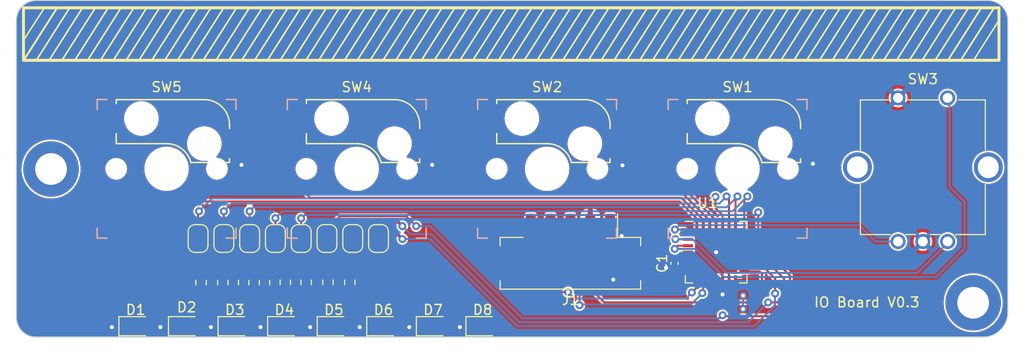
<source format=kicad_pcb>
(kicad_pcb (version 20211014) (generator pcbnew)
  (layers (0 "F.Cu" signal) (31 "B.Cu" signal) (34 "B.Paste" user) (35 "F.Paste" user) (36 "B.SilkS" user "B.Silkscreen") (37 "F.SilkS" user "F.Silkscreen") (38 "B.Mask" user) (39 "F.Mask" user) (44 "Edge.Cuts" user))
  (net 0 "")
  (net 1 "B0")
  (net 2 "B1")
  (net 3 "B4")
  (net 4 "B5")
  (net 5 "B6")
  (net 6 "B2")
  (net 7 "B3")
  (net 12 "Net-(D1-Pad2)")
  (net 13 "Net-(D2-Pad2)")
  (net 14 "Net-(D3-Pad2)")
  (net 15 "Net-(D4-Pad2)")
  (net 16 "Net-(D5-Pad2)")
  (net 17 "Net-(D6-Pad2)")
  (net 18 "Net-(D7-Pad2)")
  (net 19 "Net-(D8-Pad2)")
  (net 20 "+3.3V")
  (net 21 "GND")
  (net 22 "/INT")
  (net 23 "/SDA")
  (net 24 "/SCK")
  (net 25 "Net-(JP1-Pad1)")
  (net 26 "Net-(JP1-Pad2)")
  (net 27 "Net-(JP2-Pad1)")
  (net 28 "Net-(JP2-Pad2)")
  (net 29 "Net-(JP3-Pad1)")
  (net 30 "Net-(JP3-Pad2)")
  (net 31 "Net-(JP4-Pad1)")
  (net 32 "Net-(JP4-Pad2)")
  (net 33 "Net-(JP5-Pad1)")
  (net 34 "Net-(JP5-Pad2)")
  (net 35 "Net-(JP6-Pad1)")
  (net 36 "Net-(JP6-Pad2)")
  (net 37 "Net-(JP7-Pad1)")
  (net 38 "Net-(JP7-Pad2)")
  (net 39 "Net-(JP8-Pad1)")
  (net 40 "Net-(JP8-Pad2)")
  (footprint "Jumper:SolderJumper-2_P1.3mm_Bridged_RoundedPad1.0x1.5mm" (layer "F.Cu") (at 116.2 93.25 90)
    (fp_text reference "JP1" hide)
    (fp_text value "Jumper_2_Bridged")
  )
  (footprint "LED_SMD:LED_0805_2012Metric" (layer "F.Cu") (at 119.9 102.1)
    (fp_text reference "D3")
    (fp_text value "LED")
  )
  (footprint "Jumper:SolderJumper-2_P1.3mm_Bridged_RoundedPad1.0x1.5mm" (layer "F.Cu") (at 129.2 93.25 90)
    (fp_text reference "JP6" hide)
    (fp_text value "Jumper_2_Bridged")
  )
  (footprint "Resistor_SMD:R_0603_1608Metric" (layer "F.Cu") (at 118.7 97.7 -90)
    (fp_text reference "R2" hide)
    (fp_text value "2K7")
  )
  (footprint "Jumper:SolderJumper-2_P1.3mm_Bridged_RoundedPad1.0x1.5mm" (layer "F.Cu") (at 118.8 93.25 90)
    (fp_text reference "JP2" hide)
    (fp_text value "Jumper_2_Bridged")
  )
  (footprint "Resistor_SMD:R_0603_1608Metric" (layer "F.Cu") (at 122.9 97.7 -90)
    (fp_text reference "R4" hide)
    (fp_text value "2K7")
  )
  (footprint "LED_SMD:LED_0805_2012Metric" (layer "F.Cu") (at 129.9 102.1)
    (fp_text reference "D5")
    (fp_text value "LED")
  )
  (footprint "Jumper:SolderJumper-2_P1.3mm_Bridged_RoundedPad1.0x1.5mm" (layer "F.Cu") (at 134.4 93.25 90)
    (fp_text reference "JP8" hide)
    (fp_text value "Jumper_2_Bridged")
  )
  (footprint "Capacitor_SMD:C_0402_1005Metric" (layer "F.Cu") (at 164.25 95.75 -90)
    (fp_text reference "C1")
    (fp_text value "100nF")
  )
  (footprint "Jumper:SolderJumper-2_P1.3mm_Bridged_RoundedPad1.0x1.5mm" (layer "F.Cu") (at 126.6 93.25 90)
    (fp_text reference "JP5" hide)
    (fp_text value "Jumper_2_Bridged")
  )
  (footprint "Jumper:SolderJumper-2_P1.3mm_Bridged_RoundedPad1.0x1.5mm" (layer "F.Cu") (at 121.4 93.25 90)
    (fp_text reference "JP3" hide)
    (fp_text value "Jumper_2_Bridged")
  )
  (footprint "LED_SMD:LED_0805_2012Metric" (layer "F.Cu") (at 144.9 102.1)
    (fp_text reference "D8")
    (fp_text value "LED")
  )
  (footprint "Jumper:SolderJumper-2_P1.3mm_Bridged_RoundedPad1.0x1.5mm" (layer "F.Cu") (at 124 93.25 90)
    (fp_text reference "JP4" hide)
    (fp_text value "Jumper_2_Bridged")
  )
  (footprint "Resistor_SMD:R_0603_1608Metric" (layer "F.Cu") (at 125 97.675 -90)
    (fp_text reference "R5" hide)
    (fp_text value "2K7")
  )
  (footprint "Resistor_SMD:R_0603_1608Metric" (layer "F.Cu") (at 129.3 97.675 -90)
    (fp_text reference "R7" hide)
    (fp_text value "2K7")
  )
  (footprint "LED_SMD:LED_0805_2012Metric" (layer "F.Cu") (at 109.9 102.1)
    (fp_text reference "D1")
    (fp_text value "LED")
  )
  (footprint "Connector_JST:JST_PH_B5B-PH-SM4-TB_1x05-1MP_P2.00mm_Vertical" (layer "F.Cu") (at 153.75 94 180)
    (fp_text reference "J1")
    (fp_text value "Conn_01x05_Male")
  )
  (footprint "Resistor_SMD:R_0603_1608Metric" (layer "F.Cu") (at 120.8 97.7 -90)
    (fp_text reference "R3" hide)
    (fp_text value "2K7")
  )
  (footprint "Resistor_SMD:R_0603_1608Metric" (layer "F.Cu") (at 131.5 97.675 -90)
    (fp_text reference "R8" hide)
    (fp_text value "2K7")
  )
  (footprint "LED_SMD:LED_0805_2012Metric" (layer "F.Cu") (at 114.9 102.1)
    (fp_text reference "D2")
    (fp_text value "LED")
  )
  (footprint "LED_SMD:LED_0805_2012Metric" (layer "F.Cu") (at 124.9 102.1)
    (fp_text reference "D4")
    (fp_text value "LED")
  )
  (footprint "Resistor_SMD:R_0603_1608Metric" (layer "F.Cu") (at 116.5 97.7 -90)
    (fp_text reference "R1" hide)
    (fp_text value "2K7")
  )
  (footprint "LED_SMD:LED_0805_2012Metric" (layer "F.Cu") (at 134.9 102.1)
    (fp_text reference "D6")
    (fp_text value "LED")
  )
  (footprint "MountingHole:MountingHole_3.2mm_M3_DIN965_Pad" (layer "F.Cu") (at 194.372598 99.74)
    (fp_text reference "H2" hide)
    (fp_text value "MountingHole")
  )
  (footprint "Package_DFN_QFN:QFN-28-1EP_6x6mm_P0.65mm_EP4.25x4.25mm" (layer "F.Cu") (at 168.452598 94.63)
    (fp_text reference "U1")
    (fp_text value "MCP23017_ML")
  )
  (footprint "LED_SMD:LED_0805_2012Metric" (layer "F.Cu") (at 139.9 102.1)
    (fp_text reference "D7")
    (fp_text value "LED")
  )
  (footprint "Jumper:SolderJumper-2_P1.3mm_Bridged_RoundedPad1.0x1.5mm" (layer "F.Cu") (at 131.8 93.25 90)
    (fp_text reference "JP7" hide)
    (fp_text value "Jumper_2_Bridged")
  )
  (footprint "Resistor_SMD:R_0603_1608Metric" (layer "F.Cu") (at 127.1 97.675 -90)
    (fp_text reference "R6" hide)
    (fp_text value "2K7")
  )
  (footprint "Rotary_Encoder:RotaryEncoder_Bourns_Vertical_PEC12R-3xxxF-Sxxxx" (layer "F.Cu") (at 186.8 93.55 90)
    (fp_text reference "SW3")
    (fp_text value "RotEncoder_S")
  )
  (footprint "MountingHole:MountingHole_3.2mm_M3_DIN965_Pad" (layer "F.Cu") (at 101.372598 86.23)
    (fp_text reference "H1" hide)
    (fp_text value "MountingHole")
  )
  (footprint "Library:Kailh_socket_MX" (layer "B.Cu") (at 151.402598 86.21 180)
    (fp_text reference "SW2")
    (fp_text value "SW_Keyboard")
  )
  (footprint "Library:Kailh_socket_MX" (layer "B.Cu") (at 132.202598 86.21 180)
    (fp_text reference "SW4")
    (fp_text value "SW_Keyboard")
  )
  (footprint "Library:Kailh_socket_MX" (layer "B.Cu") (at 170.612598 86.21 180)
    (fp_text reference "SW1")
    (fp_text value "SW_Keyboard")
  )
  (footprint "Library:Kailh_socket_MX" (layer "B.Cu") (at 113.022598 86.209999 180)
    (fp_text reference "SW5")
    (fp_text value "SW_Keyboard")
  )
  (gr_line (start 109.747598 69.91) (end 106.357598 75.25) (layer "F.SilkS") (width 0.15))
  (gr_line (start 168.022598 69.91) (end 164.632598 75.25) (layer "F.SilkS") (width 0.15))
  (gr_line (start 122.697598 69.91) (end 119.307598 75.25) (layer "F.SilkS") (width 0.15))
  (gr_line (start 101.967598 69.94) (end 98.672598 75.11) (layer "F.SilkS") (width 0.15))
  (gr_line (start 139.532598 69.91) (end 136.142598 75.25) (layer "F.SilkS") (width 0.15))
  (gr_line (start 166.727598 69.91) (end 163.337598 75.25) (layer "F.SilkS") (width 0.15))
  (gr_line (start 131.762598 69.91) (end 128.372598 75.25) (layer "F.SilkS") (width 0.15))
  (gr_line (start 191.332598 69.91) (end 187.942598 75.25) (layer "F.SilkS") (width 0.15))
  (gr_line (start 127.877598 69.91) (end 124.487598 75.25) (layer "F.SilkS") (width 0.15))
  (gr_line (start 161.547598 69.91) (end 158.157598 75.25) (layer "F.SilkS") (width 0.15))
  (gr_line (start 125.287598 69.91) (end 121.897598 75.25) (layer "F.SilkS") (width 0.15))
  (gr_line (start 116.222598 69.91) (end 112.832598 75.25) (layer "F.SilkS") (width 0.15))
  (gr_line (start 153.777598 69.91) (end 150.387598 75.25) (layer "F.SilkS") (width 0.15))
  (gr_line (start 191.332598 69.91) (end 187.942598 75.25) (layer "F.SilkS") (width 0.15))
  (gr_line (start 162.842598 69.91) (end 159.452598 75.25) (layer "F.SilkS") (width 0.15))
  (gr_line (start 105.862598 69.91) (end 102.472598 75.25) (layer "F.SilkS") (width 0.15))
  (gr_line (start 143.417598 69.91) (end 140.027598 75.25) (layer "F.SilkS") (width 0.15))
  (gr_line (start 174.497598 69.91) (end 171.107598 75.25) (layer "F.SilkS") (width 0.15))
  (gr_line (start 108.452598 69.91) (end 105.062598 75.25) (layer "F.SilkS") (width 0.15))
  (gr_line (start 147.302598 69.91) (end 143.912598 75.25) (layer "F.SilkS") (width 0.15))
  (gr_line (start 105.862598 69.91) (end 102.472598 75.25) (layer "F.SilkS") (width 0.15))
  (gr_line (start 193.922598 69.91) (end 190.532598 75.25) (layer "F.SilkS") (width 0.15))
  (gr_line (start 171.907598 69.91) (end 168.517598 75.25) (layer "F.SilkS") (width 0.15))
  (gr_line (start 183.562598 69.91) (end 180.172598 75.25) (layer "F.SilkS") (width 0.15))
  (gr_line (start 147.302598 69.91) (end 143.912598 75.25) (layer "F.SilkS") (width 0.15))
  (gr_line (start 156.367598 69.91) (end 152.977598 75.25) (layer "F.SilkS") (width 0.15))
  (gr_line (start 169.317598 69.91) (end 165.927598 75.25) (layer "F.SilkS") (width 0.15))
  (gr_line (start 135.647598 69.91) (end 132.257598 75.25) (layer "F.SilkS") (width 0.15))
  (gr_line (start 144.712598 69.91) (end 141.322598 75.25) (layer "F.SilkS") (width 0.15))
  (gr_line (start 120.107598 69.91) (end 116.717598 75.25) (layer "F.SilkS") (width 0.15))
  (gr_line (start 178.382598 69.91) (end 174.992598 75.25) (layer "F.SilkS") (width 0.15))
  (gr_line (start 148.597598 69.91) (end 145.207598 75.25) (layer "F.SilkS") (width 0.15))
  (gr_line (start 153.777598 69.91) (end 150.387598 75.25) (layer "F.SilkS") (width 0.15))
  (gr_line (start 117.517598 69.91) (end 114.127598 75.25) (layer "F.SilkS") (width 0.15))
  (gr_line (start 175.792598 69.91) (end 172.402598 75.25) (layer "F.SilkS") (width 0.15))
  (gr_line (start 195.217598 69.91) (end 191.827598 75.25) (layer "F.SilkS") (width 0.15))
  (gr_line (start 157.662598 69.91) (end 154.272598 75.25) (layer "F.SilkS") (width 0.15))
  (gr_line (start 100.720098 69.925) (end 98.672598 73.11) (layer "F.SilkS") (width 0.15))
  (gr_line (start 184.857598 69.91) (end 181.467598 75.25) (layer "F.SilkS") (width 0.15))
  (gr_line (start 182.267598 69.91) (end 178.877598 75.25) (layer "F.SilkS") (width 0.15))
  (gr_line (start 186.152598 69.91) (end 182.762598 75.25) (layer "F.SilkS") (width 0.15))
  (gr_line (start 157.662598 69.91) (end 154.272598 75.25) (layer "F.SilkS") (width 0.15))
  (gr_line (start 170.612598 69.91) (end 167.222598 75.25) (layer "F.SilkS") (width 0.15))
  (gr_line (start 125.287598 69.91) (end 121.897598 75.25) (layer "F.SilkS") (width 0.15))
  (gr_line (start 155.072598 69.91) (end 151.682598 75.25) (layer "F.SilkS") (width 0.15))
  (gr_line (start 142.122598 69.91) (end 138.732598 75.25) (layer "F.SilkS") (width 0.15))
  (gr_line (start 195.217598 69.91) (end 191.827598 75.25) (layer "F.SilkS") (width 0.15))
  (gr_line (start 112.337598 69.91) (end 108.947598 75.25) (layer "F.SilkS") (width 0.15))
  (gr_line (start 192.627598 69.91) (end 189.237598 75.25) (layer "F.SilkS") (width 0.15))
  (gr_line (start 184.857598 69.91) (end 181.467598 75.25) (layer "F.SilkS") (width 0.15))
  (gr_line (start 107.157598 69.91) (end 103.767598 75.25) (layer "F.SilkS") (width 0.15))
  (gr_line (start 133.057598 69.91) (end 129.667598 75.25) (layer "F.SilkS") (width 0.15))
  (gr_line (start 188.742598 69.91) (end 185.352598 75.25) (layer "F.SilkS") (width 0.15))
  (gr_line (start 195.217598 69.91) (end 191.827598 75.25) (layer "F.SilkS") (width 0.15))
  (gr_line (start 138.237598 69.91) (end 134.847598 75.25) (layer "F.SilkS") (width 0.15))
  (gr_line (start 140.827598 69.91) (end 137.437598 75.25) (layer "F.SilkS") (width 0.15))
  (gr_line (start 109.747598 69.91) (end 106.357598 75.25) (layer "F.SilkS") (width 0.15))
  (gr_line (start 136.942598 69.91) (end 133.552598 75.25) (layer "F.SilkS") (width 0.15))
  (gr_line (start 175.792598 69.91) (end 172.402598 75.25) (layer "F.SilkS") (width 0.15))
  (gr_line (start 144.712598 69.91) (end 141.322598 75.25) (layer "F.SilkS") (width 0.15))
  (gr_line (start 165.432598 69.91) (end 162.042598 75.25) (layer "F.SilkS") (width 0.15))
  (gr_line (start 136.942598 69.91) (end 133.552598 75.25) (layer "F.SilkS") (width 0.15))
  (gr_line (start 195.217598 69.91) (end 191.827598 75.25) (layer "F.SilkS") (width 0.15))
  (gr_line (start 130.467598 69.91) (end 127.077598 75.25) (layer "F.SilkS") (width 0.15))
  (gr_line (start 123.992598 69.91) (end 120.602598 75.25) (layer "F.SilkS") (width 0.15))
  (gr_line (start 161.547598 69.91) (end 158.157598 75.25) (layer "F.SilkS") (width 0.15))
  (gr_line (start 149.892598 69.91) (end 146.502598 75.25) (layer "F.SilkS") (width 0.15))
  (gr_line (start 173.202598 69.91) (end 169.812598 75.25) (layer "F.SilkS") (width 0.15))
  (gr_line (start 121.402598 69.91) (end 118.012598 75.25) (layer "F.SilkS") (width 0.15))
  (gr_line (start 178.382598 69.91) (end 174.992598 75.25) (layer "F.SilkS") (width 0.15))
  (gr_line (start 117.517598 69.91) (end 114.127598 75.25) (layer "F.SilkS") (width 0.15))
  (gr_line (start 192.627598 69.91) (end 189.237598 75.25) (layer "F.SilkS") (width 0.15))
  (gr_line (start 187.447598 69.91) (end 184.057598 75.25) (layer "F.SilkS") (width 0.15))
  (gr_line (start 114.927598 69.91) (end 111.537598 75.25) (layer "F.SilkS") (width 0.15))
  (gr_line (start 108.452598 69.91) (end 105.062598 75.25) (layer "F.SilkS") (width 0.15))
  (gr_line (start 118.812598 69.91) (end 115.422598 75.25) (layer "F.SilkS") (width 0.15))
  (gr_line (start 196.512598 69.91) (end 193.122598 75.25) (layer "F.SilkS") (width 0.15))
  (gr_line (start 122.697598 69.91) (end 119.307598 75.25) (layer "F.SilkS") (width 0.15))
  (gr_line (start 170.612598 69.91) (end 167.222598 75.25) (layer "F.SilkS") (width 0.15))
  (gr_line (start 129.172598 69.91) (end 125.782598 75.25) (layer "F.SilkS") (width 0.15))
  (gr_line (start 111.042598 69.91) (end 107.652598 75.25) (layer "F.SilkS") (width 0.15))
  (gr_line (start 127.877598 69.91) (end 124.487598 75.25) (layer "F.SilkS") (width 0.15))
  (gr_line (start 103.272598 69.91) (end 99.882598 75.25) (layer "F.SilkS") (width 0.15))
  (gr_line (start 103.262598 69.94) (end 99.872598 75.28) (layer "F.SilkS") (width 0.15))
  (gr_line (start 155.072598 69.91) (end 151.682598 75.25) (layer "F.SilkS") (width 0.15))
  (gr_line (start 194.417598 75.25) (end 196.972598 71.21) (layer "F.SilkS") (width 0.15))
  (gr_line (start 113.632598 69.91) (end 110.242598 75.25) (layer "F.SilkS") (width 0.15))
  (gr_line (start 182.267598 69.91) (end 178.877598 75.25) (layer "F.SilkS") (width 0.15))
  (gr_line (start 113.632598 69.91) (end 110.242598 75.25) (layer "F.SilkS") (width 0.15))
  (gr_line (start 196.512598 69.91) (end 193.122598 75.25) (layer "F.SilkS") (width 0.15))
  (gr_line (start 196.512598 69.91) (end 193.122598 75.25) (layer "F.SilkS") (width 0.15))
  (gr_line (start 142.122598 69.91) (end 138.732598 75.25) (layer "F.SilkS") (width 0.15))
  (gr_line (start 139.532598 69.91) (end 136.142598 75.25) (layer "F.SilkS") (width 0.15))
  (gr_line (start 179.677598 69.91) (end 176.287598 75.25) (layer "F.SilkS") (width 0.15))
  (gr_line (start 102.025098 69.895) (end 98.635098 75.235) (layer "F.SilkS") (width 0.15))
  (gr_line (start 190.037598 69.91) (end 186.647598 75.25) (layer "F.SilkS") (width 0.15))
  (gr_line (start 134.352598 69.91) (end 130.962598 75.25) (layer "F.SilkS") (width 0.15))
  (gr_line (start 158.957598 69.91) (end 155.567598 75.25) (layer "F.SilkS") (width 0.15))
  (gr_line (start 104.567598 69.91) (end 101.177598 75.25) (layer "F.SilkS") (width 0.15))
  (gr_line (start 151.187598 69.91) (end 147.797598 75.25) (layer "F.SilkS") (width 0.15))
  (gr_line (start 188.742598 69.91) (end 185.352598 75.25) (layer "F.SilkS") (width 0.15))
  (gr_line (start 152.482598 69.91) (end 149.092598 75.25) (layer "F.SilkS") (width 0.15))
  (gr_line (start 121.402598 69.91) (end 118.012598 75.25) (layer "F.SilkS") (width 0.15))
  (gr_line (start 140.827598 69.91) (end 137.437598 75.25) (layer "F.SilkS") (width 0.15))
  (gr_line (start 114.927598 69.91) (end 111.537598 75.25) (layer "F.SilkS") (width 0.15))
  (gr_line (start 179.677598 69.91) (end 176.287598 75.25) (layer "F.SilkS") (width 0.15))
  (gr_line (start 104.567598 69.91) (end 101.177598 75.25) (layer "F.SilkS") (width 0.15))
  (gr_line (start 134.352598 69.91) (end 130.962598 75.25) (layer "F.SilkS") (width 0.15))
  (gr_line (start 111.042598 69.91) (end 107.652598 75.25) (layer "F.SilkS") (width 0.15))
  (gr_line (start 123.992598 69.91) (end 120.602598 75.25) (layer "F.SilkS") (width 0.15))
  (gr_line (start 164.137598 69.91) (end 160.747598 75.25) (layer "F.SilkS") (width 0.15))
  (gr_line (start 177.087598 69.91) (end 173.697598 75.25) (layer "F.SilkS") (width 0.15))
  (gr_line (start 180.972598 69.91) (end 177.582598 75.25) (layer "F.SilkS") (width 0.15))
  (gr_line (start 193.922598 69.91) (end 190.532598 75.25) (layer "F.SilkS") (width 0.15))
  (gr_line (start 112.337598 69.91) (end 108.947598 75.25) (layer "F.SilkS") (width 0.15))
  (gr_line (start 171.907598 69.91) (end 168.517598 75.25) (layer "F.SilkS") (width 0.15))
  (gr_line (start 173.202598 69.91) (end 169.812598 75.25) (layer "F.SilkS") (width 0.15))
  (gr_line (start 166.727598 69.91) (end 163.337598 75.25) (layer "F.SilkS") (width 0.15))
  (gr_line (start 149.892598 69.91) (end 146.502598 75.25) (layer "F.SilkS") (width 0.15))
  (gr_line (start 160.252598 69.91) (end 156.862598 75.25) (layer "F.SilkS") (width 0.15))
  (gr_line (start 138.237598 69.91) (end 134.847598 75.25) (layer "F.SilkS") (width 0.15))
  (gr_line (start 146.007598 69.91) (end 142.617598 75.25) (layer "F.SilkS") (width 0.15))
  (gr_line (start 126.582598 69.91) (end 123.192598 75.25) (layer "F.SilkS") (width 0.15))
  (gr_line (start 165.432598 69.91) (end 162.042598 75.25) (layer "F.SilkS") (width 0.15))
  (gr_line (start 131.762598 69.91) (end 128.372598 75.25) (layer "F.SilkS") (width 0.15))
  (gr_line (start 152.482598 69.91) (end 149.092598 75.25) (layer "F.SilkS") (width 0.15))
  (gr_line (start 130.467598 69.91) (end 127.077598 75.25) (layer "F.SilkS") (width 0.15))
  (gr_line (start 160.252598 69.91) (end 156.862598 75.25) (layer "F.SilkS") (width 0.15))
  (gr_line (start 187.447598 69.91) (end 184.057598 75.25) (layer "F.SilkS") (width 0.15))
  (gr_line (start 158.957598 69.91) (end 155.567598 75.25) (layer "F.SilkS") (width 0.15))
  (gr_line (start 129.172598 69.91) (end 125.782598 75.25) (layer "F.SilkS") (width 0.15))
  (gr_line (start 196.512598 69.91) (end 193.122598 75.25) (layer "F.SilkS") (width 0.15))
  (gr_line (start 180.972598 69.91) (end 177.582598 75.25) (layer "F.SilkS") (width 0.15))
  (gr_line (start 148.597598 69.91) (end 145.207598 75.25) (layer "F.SilkS") (width 0.15))
  (gr_line (start 174.497598 69.91) (end 171.107598 75.25) (layer "F.SilkS") (width 0.15))
  (gr_line (start 164.137598 69.91) (end 160.747598 75.25) (layer "F.SilkS") (width 0.15))
  (gr_line (start 186.152598 69.91) (end 182.762598 75.25) (layer "F.SilkS") (width 0.15))
  (gr_line (start 126.582598 69.91) (end 123.192598 75.25) (layer "F.SilkS") (width 0.15))
  (gr_line (start 151.187598 69.91) (end 147.797598 75.25) (layer "F.SilkS") (width 0.15))
  (gr_line (start 168.022598 69.91) (end 164.632598 75.25) (layer "F.SilkS") (width 0.15))
  (gr_line (start 162.842598 69.91) (end 159.452598 75.25) (layer "F.SilkS") (width 0.15))
  (gr_line (start 102.015098 69.925) (end 98.625098 75.265) (layer "F.SilkS") (width 0.15))
  (gr_line (start 146.007598 69.91) (end 142.617598 75.25) (layer "F.SilkS") (width 0.15))
  (gr_line (start 135.647598 69.91) (end 132.257598 75.25) (layer "F.SilkS") (width 0.15))
  (gr_line (start 116.222598 69.91) (end 112.832598 75.25) (layer "F.SilkS") (width 0.15))
  (gr_line (start 143.417598 69.91) (end 140.027598 75.25) (layer "F.SilkS") (width 0.15))
  (gr_line (start 107.157598 69.91) (end 103.767598 75.25) (layer "F.SilkS") (width 0.15))
  (gr_line (start 190.037598 69.91) (end 186.647598 75.25) (layer "F.SilkS") (width 0.15))
  (gr_line (start 169.317598 69.91) (end 165.927598 75.25) (layer "F.SilkS") (width 0.15))
  (gr_line (start 177.087598 69.91) (end 173.697598 75.25) (layer "F.SilkS") (width 0.15))
  (gr_line (start 118.812598 69.91) (end 115.422598 75.25) (layer "F.SilkS") (width 0.15))
  (gr_line (start 133.057598 69.91) (end 129.667598 75.25) (layer "F.SilkS") (width 0.15))
  (gr_line (start 183.562598 69.91) (end 180.172598 75.25) (layer "F.SilkS") (width 0.15))
  (gr_line (start 156.367598 69.91) (end 152.977598 75.25) (layer "F.SilkS") (width 0.15))
  (gr_line (start 120.107598 69.91) (end 116.717598 75.25) (layer "F.SilkS") (width 0.15))
  (gr_rect (start 98.592598 69.95) (end 196.972598 75.25) (layer "F.SilkS") (width 0.3) (fill none))
  (gr_arc (start 195.872598 69.21) (mid 197.286812 69.795786) (end 197.872598 71.21) (layer "Edge.Cuts") (width 0.1))
  (gr_line (start 97.872598 71.21) (end 97.872598 101.21) (layer "Edge.Cuts") (width 0.1))
  (gr_line (start 99.872598 69.21) (end 195.872598 69.21) (layer "Edge.Cuts") (width 0.1))
  (gr_line (start 197.872598 100.71) (end 197.872598 71.21) (layer "Edge.Cuts") (width 0.1))
  (gr_arc (start 99.872598 103.21) (mid 98.458384 102.624214) (end 97.872598 101.21) (layer "Edge.Cuts") (width 0.1))
  (gr_line (start 99.872598 103.21) (end 195.372598 103.21) (layer "Edge.Cuts") (width 0.1))
  (gr_arc (start 197.872598 100.71) (mid 197.140365 102.477767) (end 195.372598 103.21) (layer "Edge.Cuts") (width 0.1))
  (gr_arc (start 97.872598 71.21) (mid 98.458384 69.795786) (end 99.872598 69.21) (layer "Edge.Cuts") (width 0.1))
  (gr_text "IO Board V0.3" (at 183.65 99.7) (layer "F.SilkS") (effects (font (size 1 1))))
  (segment (start 163.272598 82.21) (end 164.322598 81.16) (width 0.2) (layer "F.Cu") (net 1))
  (segment (start 168.432598 91.407954) (end 168.024644 91) (width 0.2) (layer "F.Cu") (net 1))
  (segment (start 168 91) (end 163.272598 86.272598) (width 0.2) (layer "F.Cu") (net 1))
  (segment (start 168.024644 91) (end 168 91) (width 0.2) (layer "F.Cu") (net 1))
  (segment (start 168.452598 91.7925) (end 168.432598 91.7725) (width 0.2) (layer "F.Cu") (net 1))
  (segment (start 168.432598 91.7725) (end 168.432598 91.407954) (width 0.2) (layer "F.Cu") (net 1))
  (segment (start 163.272598 86.272598) (end 163.272598 82.21) (width 0.2) (layer "F.Cu") (net 1))
  (segment (start 167.802598 91.7925) (end 167.802598 91.427954) (width 0.2) (layer "F.Cu") (net 2))
  (segment (start 158.012598 78.71) (end 147.562598 78.71) (width 0.2) (layer "F.Cu") (net 2))
  (segment (start 167.802598 91.427954) (end 167.374644 91) (width 0.2) (layer "F.Cu") (net 2))
  (segment (start 161.262598 84.9) (end 161.262598 81.96) (width 0.2) (layer "F.Cu") (net 2))
  (segment (start 167.374644 91) (end 167.362598 91) (width 0.2) (layer "F.Cu") (net 2))
  (segment (start 147.562598 78.71) (end 145.112598 81.16) (width 0.2) (layer "F.Cu") (net 2))
  (segment (start 167.362598 91) (end 161.262598 84.9) (width 0.2) (layer "F.Cu") (net 2))
  (segment (start 161.262598 81.96) (end 158.012598 78.71) (width 0.2) (layer "F.Cu") (net 2))
  (segment (start 164.29218 92.344655) (end 165.279753 92.344655) (width 0.2) (layer "F.Cu") (net 3))
  (segment (start 165.279753 92.344655) (end 165.615098 92.68) (width 0.2) (layer "F.Cu") (net 3))
  (via (at 164.29218 92.344655) (size 0.8) (drill 0.4) (layers "F.Cu" "B.Cu") (net 3))
  (segment (start 164.29218 92.344655) (end 164.726835 91.91) (width 0.2) (layer "B.Cu") (net 3))
  (segment (start 164.726835 91.91) (end 182.872598 91.91) (width 0.2) (layer "B.Cu") (net 3))
  (segment (start 182.872598 91.91) (end 184.512598 93.55) (width 0.2) (layer "B.Cu") (net 3))
  (segment (start 184.512598 93.55) (end 186.8 93.55) (width 0.2) (layer "B.Cu") (net 3))
  (segment (start 164.892598 93.33) (end 165.615098 93.33) (width 0.2) (layer "F.Cu") (net 4))
  (segment (start 164.885517 93.322919) (end 164.892598 93.33) (width 0.2) (layer "F.Cu") (net 4))
  (segment (start 164.341424 93.322919) (end 164.885517 93.322919) (width 0.2) (layer "F.Cu") (net 4))
  (via (at 164.341424 93.322919) (size 0.8) (drill 0.4) (layers "F.Cu" "B.Cu") (net 4))
  (segment (start 169.482598 96.72) (end 188.762598 96.72) (width 0.2) (layer "B.Cu") (net 4))
  (segment (start 164.341424 93.322919) (end 166.085517 93.322919) (width 0.2) (layer "B.Cu") (net 4))
  (segment (start 166.085517 93.322919) (end 169.482598 96.72) (width 0.2) (layer "B.Cu") (net 4))
  (segment (start 188.762598 96.72) (end 191.8 93.682598) (width 0.2) (layer "B.Cu") (net 4))
  (segment (start 191.8 93.682598) (end 191.8 93.55) (width 0.2) (layer "B.Cu") (net 4))
  (segment (start 164.272598 94.3) (end 164.592598 93.98) (width 0.2) (layer "F.Cu") (net 5))
  (segment (start 164.592598 93.98) (end 165.615098 93.98) (width 0.2) (layer "F.Cu") (net 5))
  (via (at 164.272598 94.3) (size 0.8) (drill 0.4) (layers "F.Cu" "B.Cu") (net 5))
  (segment (start 191.982598 88.03) (end 191.982598 79.232598) (width 0.2) (layer "B.Cu") (net 5))
  (segment (start 166.4 94.3) (end 169.24 97.14) (width 0.2) (layer "B.Cu") (net 5))
  (segment (start 193.492598 94.27) (end 193.492598 89.54) (width 0.2) (layer "B.Cu") (net 5))
  (segment (start 193.492598 89.54) (end 191.982598 88.03) (width 0.2) (layer "B.Cu") (net 5))
  (segment (start 169.24 97.14) (end 190.622598 97.14) (width 0.2) (layer "B.Cu") (net 5))
  (segment (start 164.272598 94.3) (end 166.4 94.3) (width 0.2) (layer "B.Cu") (net 5))
  (segment (start 190.622598 97.14) (end 193.492598 94.27) (width 0.2) (layer "B.Cu") (net 5))
  (segment (start 191.982598 79.232598) (end 191.8 79.05) (width 0.2) (layer "B.Cu") (net 5))
  (segment (start 125.372598 87.01) (end 127.492598 89.13) (width 0.2) (layer "F.Cu") (net 6))
  (segment (start 127.492598 89.13) (end 164.929999 89.13) (width 0.2) (layer "F.Cu") (net 6))
  (segment (start 164.929999 89.13) (end 167.152598 91.352598) (width 0.2) (layer "F.Cu") (net 6))
  (segment (start 125.912598 81.18) (end 125.372598 81.72) (width 0.2) (layer "F.Cu") (net 6))
  (segment (start 125.372598 81.72) (end 125.372598 87.01) (width 0.2) (layer "F.Cu") (net 6))
  (segment (start 167.152598 91.352598) (end 167.152598 91.7925) (width 0.2) (layer "F.Cu") (net 6))
  (segment (start 106.732598 81.17) (end 105.972598 81.93) (width 0.2) (layer "F.Cu") (net 7))
  (segment (start 164.772598 89.51) (end 166.502598 91.24) (width 0.2) (layer "F.Cu") (net 7))
  (segment (start 105.972598 81.93) (end 105.972598 87.51) (width 0.2) (layer "F.Cu") (net 7))
  (segment (start 166.502598 91.24) (end 166.502598 91.7925) (width 0.2) (layer "F.Cu") (net 7))
  (segment (start 107.972598 89.51) (end 164.772598 89.51) (width 0.2) (layer "F.Cu") (net 7))
  (segment (start 105.972598 87.51) (end 107.972598 89.51) (width 0.2) (layer "F.Cu") (net 7))
  (segment (start 116.5 98.525) (end 114.5125 98.525) (width 0.3) (layer "F.Cu") (net 12))
  (segment (start 114.5125 98.525) (end 110.9375 102.1) (width 0.3) (layer "F.Cu") (net 12))
  (segment (start 110.9375 102.1) (end 110.8375 102.1) (width 0.3) (layer "F.Cu") (net 12))
  (segment (start 118.7 98.525) (end 118.7 99.3375) (width 0.3) (layer "F.Cu") (net 13))
  (segment (start 118.7 99.3375) (end 115.9375 102.1) (width 0.3) (layer "F.Cu") (net 13))
  (segment (start 115.9375 102.1) (end 115.8375 102.1) (width 0.3) (layer "F.Cu") (net 13))
  (segment (start 120.8 98.525) (end 120.8 102.0625) (width 0.3) (layer "F.Cu") (net 14))
  (segment (start 120.8 102.0625) (end 120.8375 102.1) (width 0.3) (layer "F.Cu") (net 14))
  (segment (start 122.9 98.525) (end 122.9 99.2625) (width 0.3) (layer "F.Cu") (net 15))
  (segment (start 125.7375 102.1) (end 125.8375 102.1) (width 0.3) (layer "F.Cu") (net 15))
  (segment (start 122.9 99.2625) (end 125.7375 102.1) (width 0.3) (layer "F.Cu") (net 15))
  (segment (start 125 98.5) (end 126.8 100.3) (width 0.3) (layer "F.Cu") (net 16))
  (segment (start 126.8 100.3) (end 128.9 100.3) (width 0.3) (layer "F.Cu") (net 16))
  (segment (start 128.9 100.3) (end 130.7 102.1) (width 0.3) (layer "F.Cu") (net 16))
  (segment (start 130.7 102.1) (end 130.8375 102.1) (width 0.3) (layer "F.Cu") (net 16))
  (segment (start 130.3 101) (end 134.7375 101) (width 0.3) (layer "F.Cu") (net 17))
  (segment (start 134.7375 101) (end 135.8375 102.1) (width 0.3) (layer "F.Cu") (net 17))
  (segment (start 127.8 98.5) (end 130.3 101) (width 0.3) (layer "F.Cu") (net 17))
  (segment (start 127.1 98.5) (end 127.8 98.5) (width 0.3) (layer "F.Cu") (net 17))
  (segment (start 129.3 98.5) (end 131.3 100.5) (width 0.3) (layer "F.Cu") (net 18))
  (segment (start 131.3 100.5) (end 139.2375 100.5) (width 0.3) (layer "F.Cu") (net 18))
  (segment (start 139.2375 100.5) (end 140.8375 102.1) (width 0.3) (layer "F.Cu") (net 18))
  (segment (start 131.5 98.5) (end 132.9 99.9) (width 0.3) (layer "F.Cu") (net 19))
  (segment (start 132.9 99.9) (end 143.5375 99.9) (width 0.3) (layer "F.Cu") (net 19))
  (segment (start 143.5375 99.9) (end 145.7375 102.1) (width 0.3) (layer "F.Cu") (net 19))
  (segment (start 145.7375 102.1) (end 145.8375 102.1) (width 0.3) (layer "F.Cu") (net 19))
  (segment (start 165.585098 95.31) (end 165.615098 95.28) (width 0.2) (layer "F.Cu") (net 20))
  (segment (start 164.252598 95.28) (end 165.555098 95.28) (width 0.3) (layer "F.Cu") (net 20))
  (via (at 171.172598 100.3795) (size 0.8) (drill 0.4) (layers "F.Cu" "B.Cu") (net 20))
  (via (at 171.172598 99.01) (size 0.8) (drill 0.4) (layers "F.Cu" "B.Cu") (net 20))
  (segment (start 171.172598 99.01) (end 171.172598 100.3795) (width 0.2) (layer "B.Cu") (net 20))
  (segment (start 165.615098 95.93) (end 167.152598 95.93) (width 0.2) (layer "F.Cu") (net 21))
  (segment (start 128.9625 102.1) (end 128.8625 102.2) (width 0.2) (layer "F.Cu") (net 21))
  (segment (start 118.8625 102.2) (end 117.5 102.2) (width 0.2) (layer "F.Cu") (net 21))
  (segment (start 163.42 96.22) (end 164.172598 96.22) (width 0.2) (layer "F.Cu") (net 21))
  (segment (start 113.8625 102.2) (end 112.4 102.2) (width 0.2) (layer "F.Cu") (net 21))
  (segment (start 139.762598 83.72) (end 139.762598 85.76) (width 0.2) (layer "F.Cu") (net 21))
  (segment (start 120.582598 83.71) (end 120.582598 85.81) (width 0.2) (layer "F.Cu") (net 21))
  (segment (start 169.102598 97.4675) (end 169.102598 95.28) (width 0.2) (layer "F.Cu") (net 21))
  (segment (start 169.102598 95.28) (end 168.452598 94.63) (width 0.2) (layer "F.Cu") (net 21))
  (segment (start 157.602598 96.94) (end 157.602598 93.18) (width 0.2) (layer "F.Cu") (net 21))
  (segment (start 157.602598 93.18) (end 158.732598 93.18) (width 0.2) (layer "F.Cu") (net 21))
  (segment (start 169.102598 98.897402) (end 168.452598 98.247402) (width 0.2) (layer "F.Cu") (net 21))
  (segment (start 178.212598 85.7) (end 178.212598 83.74) (width 0.2) (layer "F.Cu") (net 21))
  (segment (start 163.4 96.2) (end 163.42 96.22) (width 0.2) (layer "F.Cu") (net 21))
  (segment (start 118.9625 102.1) (end 118.8625 102.2) (width 0.2) (layer "F.Cu") (net 21))
  (segment (start 169.752598 95.93) (end 168.452598 94.63) (width 0.2) (layer "F.Cu") (net 21))
  (segment (start 168.452598 98.247402) (end 168.452598 97.4675) (width 0.2) (layer "F.Cu") (net 21))
  (segment (start 158.732598 93.18) (end 158.922598 92.99) (width 0.2) (layer "F.Cu") (net 21))
  (segment (start 133.9625 102.1) (end 133.8625 102.2) (width 0.2) (layer "F.Cu") (net 21))
  (segment (start 113.9625 102.1) (end 113.8625 102.2) (width 0.2) (layer "F.Cu") (net 21))
  (segment (start 178.212598 83.74) (end 178.172598 83.7) (width 0.2) (layer "F.Cu") (net 21))
  (segment (start 143.8625 102.2) (end 142.6 102.2) (width 0.2) (layer "F.Cu") (net 21))
  (segment (start 123.8625 102.2) (end 122.5 102.2) (width 0.2) (layer "F.Cu") (net 21))
  (segment (start 138.8625 102.2) (end 137.5 102.2) (width 0.2) (layer "F.Cu") (net 21))
  (segment (start 138.9625 102.1) (end 138.8625 102.2) (width 0.2) (layer "F.Cu") (net 21))
  (segment (start 169.752598 98.247402) (end 169.752598 97.4675) (width 0.2) (layer "F.Cu") (net 21))
  (segment (start 158.072598 97.41) (end 157.602598 96.94) (width 0.2) (layer "F.Cu") (net 21))
  (segment (start 139.762598 85.76) (end 139.812598 85.81) (width 0.2) (layer "F.Cu") (net 21))
  (segment (start 108.9625 102.1) (end 108.8625 102.2) (width 0.2) (layer "F.Cu") (net 21))
  (segment (start 128.8625 102.2) (end 127.5 102.2) (width 0.2) (layer "F.Cu") (net 21))
  (segment (start 133.8625 102.2) (end 132.5 102.2) (width 0.2) (layer "F.Cu") (net 21))
  (segment (start 158.962598 83.7) (end 158.962598 85.82) (width 0.2) (layer "F.Cu") (net 21))
  (segment (start 169.752598 97.4675) (end 169.752598 95.93) (width 0.2) (layer "F.Cu") (net 21))
  (segment (start 143.9625 102.1) (end 143.8625 102.2) (width 0.2) (layer "F.Cu") (net 21))
  (segment (start 167.152598 95.93) (end 168.452598 94.63) (width 0.2) (layer "F.Cu") (net 21))
  (segment (start 168.452598 97.4675) (end 168.452598 94.63) (width 0.2) (layer "F.Cu") (net 21))
  (segment (start 123.9625 102.1) (end 123.8625 102.2) (width 0.2) (layer "F.Cu") (net 21))
  (segment (start 167.782598 95.1825) (end 167.782598 94.817954) (width 0.2) (layer "F.Cu") (net 21))
  (segment (start 169.102598 98.897402) (end 169.102598 97.4675) (width 0.2) (layer "F.Cu") (net 21))
  (segment (start 169.102598 98.897402) (end 169.752598 98.247402) (width 0.2) (layer "F.Cu") (net 21))
  (segment (start 108.8625 102.2) (end 107.5 102.2) (width 0.2) (layer "F.Cu") (net 21))
  (segment (start 158.962598 85.82) (end 159.002598 85.86) (width 0.2) (layer "F.Cu") (net 21))
  (via (at 159.002598 85.86) (size 0.8) (drill 0.4) (layers "F.Cu" "B.Cu") (net 21))
  (via (at 169.102598 98.897402) (size 0.8) (drill 0.4) (layers "F.Cu" "B.Cu") (net 21))
  (via (at 158.072598 97.41) (size 0.8) (drill 0.4) (layers "F.Cu" "B.Cu") (net 21))
  (via (at 127.5 102.2) (size 0.8) (drill 0.4) (layers "F.Cu" "B.Cu") (net 21))
  (via (at 122.5 102.2) (size 0.8) (drill 0.4) (layers "F.Cu" "B.Cu") (net 21))
  (via (at 132.5 102.2) (size 0.8) (drill 0.4) (layers "F.Cu" "B.Cu") (net 21))
  (via (at 112.4 102.2) (size 0.8) (drill 0.4) (layers "F.Cu" "B.Cu") (net 21))
  (via (at 158.922598 92.99) (size 0.8) (drill 0.4) (layers "F.Cu" "B.Cu") (net 21))
  (via (at 142.6 102.2) (size 0.8) (drill 0.4) (layers "F.Cu" "B.Cu") (net 21))
  (via (at 107.5 102.2) (size 0.8) (drill 0.4) (layers "F.Cu" "B.Cu") (net 21))
  (via (at 163.4 96.2) (size 0.8) (drill 0.4) (layers "F.Cu" "B.Cu") (net 21))
  (via (at 168.452598 94.63) (size 0.8) (drill 0.4) (layers "F.Cu" "B.Cu") (net 21))
  (via (at 120.582598 85.81) (size 0.8) (drill 0.4) (layers "F.Cu" "B.Cu") (net 21))
  (via (at 137.5 102.2) (size 0.8) (drill 0.4) (layers "F.Cu" "B.Cu") (net 21))
  (via (at 117.5 102.2) (size 0.8) (drill 0.4) (layers "F.Cu" "B.Cu") (net 21))
  (via (at 178.212598 85.7) (size 0.8) (drill 0.4) (layers "F.Cu" "B.Cu") (net 21))
  (via (at 139.812598 85.81) (size 0.8) (drill 0.4) (layers "F.Cu" "B.Cu") (net 21))
  (segment (start 172.842598 96.58) (end 171.290098 96.58) (width 0.2) (layer "F.Cu") (net 22))
  (segment (start 153.602598 93.18) (end 153.602598 96.14) (width 0.2) (layer "F.Cu") (net 22))
  (segment (start 153.602598 96.14) (end 157.162598 99.7) (width 0.2) (layer "F.Cu") (net 22))
  (segment (start 173.072598 98.71) (end 173.072598 96.81) (width 0.2) (layer "F.Cu") (net 22))
  (segment (start 173.072598 96.81) (end 172.842598 96.58) (width 0.2) (layer "F.Cu") (net 22))
  (segment (start 157.162598 99.7) (end 172.082598 99.7) (width 0.2) (layer "F.Cu") (net 22))
  (segment (start 172.082598 99.7) (end 173.072598 98.71) (width 0.2) (layer "F.Cu") (net 22))
  (segment (start 154.672598 98.41) (end 151.602598 95.34) (width 0.2) (layer "F.Cu") (net 23))
  (segment (start 167.152598 98.667902) (end 167.152598 97.4675) (width 0.2) (layer "F.Cu") (net 23))
  (segment (start 154.672598 99.9895) (end 154.672598 98.41) (width 0.2) (layer "F.Cu") (net 23))
  (segment (start 151.602598 95.34) (end 151.602598 93.18) (width 0.2) (layer "F.Cu") (net 23))
  (segment (start 167.06025 98.76025) (end 167.152598 98.667902) (width 0.2) (layer "F.Cu") (net 23))
  (via (at 167.06025 98.76025) (size 0.8) (drill 0.4) (layers "F.Cu" "B.Cu") (net 23))
  (via (at 154.672598 99.9895) (size 0.8) (drill 0.4) (layers "F.Cu" "B.Cu") (net 23))
  (segment (start 167.06025 98.76025) (end 165.9105 99.91) (width 0.2) (layer "B.Cu") (net 23))
  (segment (start 154.752098 99.91) (end 154.672598 99.9895) (width 0.2) (layer "B.Cu") (net 23))
  (segment (start 165.9105 99.91) (end 154.752098 99.91) (width 0.2) (layer "B.Cu") (net 23))
  (segment (start 166 98.7) (end 166.502598 98.197402) (width 0.2) (layer "F.Cu") (net 24))
  (segment (start 166.502598 98.197402) (end 166.502598 97.4675) (width 0.2) (layer "F.Cu") (net 24))
  (segment (start 149.602598 96.14) (end 149.602598 93.18) (width 0.2) (layer "F.Cu") (net 24))
  (segment (start 152.128078 98.66548) (end 149.602598 96.14) (width 0.2) (layer "F.Cu") (net 24))
  (segment (start 153.517118 98.66548) (end 152.128078 98.66548) (width 0.2) (layer "F.Cu") (net 24))
  (via (at 153.517118 98.66548) (size 0.8) (drill 0.4) (layers "F.Cu" "B.Cu") (net 24))
  (via (at 166 98.7) (size 0.8) (drill 0.4) (layers "F.Cu" "B.Cu") (net 24))
  (segment (start 165.39 99.31) (end 154.161638 99.31) (width 0.2) (layer "B.Cu") (net 24))
  (segment (start 166 98.7) (end 165.39 99.31) (width 0.2) (layer "B.Cu") (net 24))
  (segment (start 154.161638 99.31) (end 153.517118 98.66548) (width 0.2) (layer "B.Cu") (net 24))
  (segment (start 116.2 96.575) (end 116.5 96.875) (width 0.3) (layer "F.Cu") (net 25))
  (segment (start 116.2 93.9) (end 116.2 96.575) (width 0.3) (layer "F.Cu") (net 25))
  (segment (start 116.2 90.6) (end 116.2 92.6) (width 0.2) (layer "F.Cu") (net 26))
  (segment (start 168.383812 89.034665) (end 168.383812 90.184519) (width 0.2) (layer "F.Cu") (net 26))
  (segment (start 169.102598 90.903305) (end 169.102598 91.7925) (width 0.2) (layer "F.Cu") (net 26))
  (segment (start 116.3 90.5) (end 116.2 90.6) (width 0.2) (layer "F.Cu") (net 26))
  (segment (start 168.383812 90.184519) (end 169.102598 90.903305) (width 0.2) (layer "F.Cu") (net 26))
  (via (at 168.383812 89.034665) (size 0.8) (drill 0.4) (layers "F.Cu" "B.Cu") (net 26))
  (via (at 116.3 90.5) (size 0.8) (drill 0.4) (layers "F.Cu" "B.Cu") (net 26))
  (segment (start 117.6 89.2) (end 168.218477 89.2) (width 0.2) (layer "B.Cu") (net 26))
  (segment (start 168.218477 89.2) (end 168.383812 89.034665) (width 0.2) (layer "B.Cu") (net 26))
  (segment (start 116.3 90.5) (end 117.6 89.2) (width 0.2) (layer "B.Cu") (net 26))
  (segment (start 118.8 96.775) (end 118.7 96.875) (width 0.3) (layer "F.Cu") (net 27))
  (segment (start 118.8 93.9) (end 118.8 96.775) (width 0.3) (layer "F.Cu") (net 27))
  (segment (start 169.752598 89.252598) (end 169.752598 91.7925) (width 0.2) (layer "F.Cu") (net 28))
  (segment (start 118.8 90.5) (end 118.8 92.6) (width 0.2) (layer "F.Cu") (net 28))
  (segment (start 169.5 89) (end 169.752598 89.252598) (width 0.2) (layer "F.Cu") (net 28))
  (via (at 118.8 90.5) (size 0.8) (drill 0.4) (layers "F.Cu" "B.Cu") (net 28))
  (via (at 169.5 89) (size 0.8) (drill 0.4) (layers "F.Cu" "B.Cu") (net 28))
  (segment (start 119.585335 89.714665) (end 168.785335 89.714665) (width 0.2) (layer "B.Cu") (net 28))
  (segment (start 168.785335 89.714665) (end 169.5 89) (width 0.2) (layer "B.Cu") (net 28))
  (segment (start 118.8 90.5) (end 119.585335 89.714665) (width 0.2) (layer "B.Cu") (net 28))
  (segment (start 121.4 93.9) (end 121.4 96.275) (width 0.3) (layer "F.Cu") (net 29))
  (segment (start 121.4 96.275) (end 120.8 96.875) (width 0.3) (layer "F.Cu") (net 29))
  (segment (start 170.6 89) (end 170.402598 89.197402) (width 0.2) (layer "F.Cu") (net 30))
  (segment (start 170.402598 89.197402) (end 170.402598 91.7925) (width 0.2) (layer "F.Cu") (net 30))
  (segment (start 121.4 92.6) (end 121.4 90.5) (width 0.2) (layer "F.Cu") (net 30))
  (via (at 121.4 90.5) (size 0.8) (drill 0.4) (layers "F.Cu" "B.Cu") (net 30))
  (via (at 170.6 89) (size 0.8) (drill 0.4) (layers "F.Cu" "B.Cu") (net 30))
  (segment (start 121.4 90.5) (end 121.805835 90.094165) (width 0.2) (layer "B.Cu") (net 30))
  (segment (start 121.805835 90.094165) (end 169.505835 90.094165) (width 0.2) (layer "B.Cu") (net 30))
  (segment (start 169.505835 90.094165) (end 170.6 89) (width 0.2) (layer "B.Cu") (net 30))
  (segment (start 124 93.9) (end 124 95.775) (width 0.3) (layer "F.Cu") (net 31))
  (segment (start 124 95.775) (end 122.9 96.875) (width 0.3) (layer "F.Cu") (net 31))
  (segment (start 171.290098 89.309902) (end 171.290098 92.68) (width 0.2) (layer "F.Cu") (net 32))
  (segment (start 171.6 89) (end 171.290098 89.309902) (width 0.2) (layer "F.Cu") (net 32))
  (segment (start 124 91.2) (end 124 92.6) (width 0.2) (layer "F.Cu") (net 32))
  (via (at 171.6 89) (size 0.8) (drill 0.4) (layers "F.Cu" "B.Cu") (net 32))
  (via (at 124 91.2) (size 0.8) (drill 0.4) (layers "F.Cu" "B.Cu") (net 32))
  (segment (start 124.7 90.5) (end 170.1 90.5) (width 0.2) (layer "B.Cu") (net 32))
  (segment (start 170.1 90.5) (end 171.6 89) (width 0.2) (layer "B.Cu") (net 32))
  (segment (start 124 91.2) (end 124.7 90.5) (width 0.2) (layer "B.Cu") (net 32))
  (segment (start 126.6 93.9) (end 126.6 95.25) (width 0.3) (layer "F.Cu") (net 33))
  (segment (start 126.6 95.25) (end 125 96.85) (width 0.3) (layer "F.Cu") (net 33))
  (segment (start 126.596224 92.596224) (end 126.6 92.6) (width 0.2) (layer "F.Cu") (net 34))
  (segment (start 171.320098 93.3) (end 172.7 93.3) (width 0.2) (layer "F.Cu") (net 34))
  (segment (start 172.7 93.3) (end 172.7 90.6) (width 0.2) (layer "F.Cu") (net 34))
  (segment (start 126.596224 91.210019) (end 126.596224 92.596224) (width 0.2) (layer "F.Cu") (net 34))
  (segment (start 171.290098 93.33) (end 171.320098 93.3) (width 0.2) (layer "F.Cu") (net 34))
  (via (at 172.7 90.6) (size 0.8) (drill 0.4) (layers "F.Cu" "B.Cu") (net 34))
  (via (at 126.596224 91.210019) (size 0.8) (drill 0.4) (layers "F.Cu" "B.Cu") (net 34))
  (segment (start 126.926243 90.88) (end 172.42 90.88) (width 0.2) (layer "B.Cu") (net 34))
  (segment (start 172.42 90.88) (end 172.7 90.6) (width 0.2) (layer "B.Cu") (net 34))
  (segment (start 126.596224 91.210019) (end 126.926243 90.88) (width 0.2) (layer "B.Cu") (net 34))
  (segment (start 129.2 93.9) (end 129.2 94.75) (width 0.3) (layer "F.Cu") (net 35))
  (segment (start 129.2 94.75) (end 127.1 96.85) (width 0.3) (layer "F.Cu") (net 35))
  (segment (start 130.5 91) (end 129.523087 91.976913) (width 0.2) (layer "F.Cu") (net 36))
  (segment (start 137.2 91) (end 130.5 91) (width 0.2) (layer "F.Cu") (net 36))
  (segment (start 175.9 97) (end 172.88 93.98) (width 0.2) (layer "F.Cu") (net 36))
  (segment (start 169.2 101.1) (end 174.1 101.1) (width 0.2) (layer "F.Cu") (net 36))
  (segment (start 172.88 93.98) (end 171.290098 93.98) (width 0.2) (layer "F.Cu") (net 36))
  (segment (start 129.523087 92.276913) (end 129.2 92.6) (width 0.2) (layer "F.Cu") (net 36))
  (segment (start 175.9 99.3) (end 175.9 97) (width 0.2) (layer "F.Cu") (net 36))
  (segment (start 129.523087 91.976913) (end 129.523087 92.276913) (width 0.2) (layer "F.Cu") (net 36))
  (segment (start 174.1 101.1) (end 175.9 99.3) (width 0.2) (layer "F.Cu") (net 36))
  (segment (start 169.1 101) (end 169.2 101.1) (width 0.2) (layer "F.Cu") (net 36))
  (segment (start 138.2 92) (end 137.2 91) (width 0.2) (layer "F.Cu") (net 36))
  (via (at 138.2 92) (size 0.8) (drill 0.4) (layers "F.Cu" "B.Cu") (net 36))
  (via (at 169.1 101) (size 0.8) (drill 0.4) (layers "F.Cu" "B.Cu") (net 36))
  (segment (start 169.1 101) (end 168.8 101.3) (width 0.2) (layer "B.Cu") (net 36))
  (segment (start 148.9 101.3) (end 139.6 92) (width 0.2) (layer "B.Cu") (net 36))
  (segment (start 139.6 92) (end 138.2 92) (width 0.2) (layer "B.Cu") (net 36))
  (segment (start 168.8 101.3) (end 148.9 101.3) (width 0.2) (layer "B.Cu") (net 36))
  (segment (start 131.8 94.35) (end 129.3 96.85) (width 0.3) (layer "F.Cu") (net 37))
  (segment (start 131.8 93.9) (end 131.8 94.35) (width 0.3) (layer "F.Cu") (net 37))
  (segment (start 132.9 91.5) (end 131.8 92.6) (width 0.3) (layer "F.Cu") (net 38))
  (segment (start 171.290098 94.63) (end 172.63 94.63) (width 0.2) (layer "F.Cu") (net 38))
  (segment (start 172.63 94.63) (end 175.3 97.3) (width 0.2) (layer "F.Cu") (net 38))
  (segment (start 136.3 91.5) (end 132.9 91.5) (width 0.3) (layer "F.Cu") (net 38))
  (segment (start 174.6 99.7) (end 173.7 99.7) (width 0.2) (layer "F.Cu") (net 38))
  (segment (start 175.3 97.3) (end 175.3 99) (width 0.2) (layer "F.Cu") (net 38))
  (segment (start 175.3 99) (end 174.6 99.7) (width 0.2) (layer "F.Cu") (net 38))
  (segment (start 136.8 92) (end 136.3 91.5) (width 0.3) (layer "F.Cu") (net 38))
  (via (at 173.7 99.7) (size 0.8) (drill 0.4) (layers "F.Cu" "B.Cu") (net 38))
  (via (at 136.8 92) (size 0.8) (drill 0.4) (layers "F.Cu" "B.Cu") (net 38))
  (segment (start 148.6 101.7) (end 139.7 92.8) (width 0.2) (layer "B.Cu") (net 38))
  (segment (start 171.7 101.7) (end 148.6 101.7) (width 0.2) (layer "B.Cu") (net 38))
  (segment (start 173.7 99.7) (end 171.7 101.7) (width 0.2) (layer "B.Cu") (net 38))
  (segment (start 139.7 92.8) (end 137.6 92.8) (width 0.2) (layer "B.Cu") (net 38))
  (segment (start 137.6 92.8) (end 136.8 92) (width 0.2) (layer "B.Cu") (net 38))
  (segment (start 134.4 93.95) (end 131.5 96.85) (width 0.3) (layer "F.Cu") (net 39))
  (segment (start 134.4 93.9) (end 134.4 93.95) (width 0.3) (layer "F.Cu") (net 39))
  (segment (start 174.4 98.8) (end 174.4 97.3) (width 0.2) (layer "F.Cu") (net 40))
  (segment (start 136.8 93.3) (end 136.1 92.6) (width 0.3) (layer "F.Cu") (net 40))
  (segment (start 136.1 92.6) (end 134.4 92.6) (width 0.3) (layer "F.Cu") (net 40))
  (segment (start 172.38 95.28) (end 171.290098 95.28) (width 0.2) (layer "F.Cu") (net 40))
  (segment (start 174.4 97.3) (end 172.38 95.28) (width 0.2) (layer "F.Cu") (net 40))
  (via (at 174.4 98.8) (size 0.8) (drill 0.4) (layers "F.Cu" "B.Cu") (net 40))
  (via (at 136.8 93.3) (size 0.8) (drill 0.4) (layers "F.Cu" "B.Cu") (net 40))
  (segment (start 174.38 100.02) (end 172.3 102.1) (width 0.2) (layer "B.Cu") (net 40))
  (segment (start 148.4 102.1) (end 139.6 93.3) (width 0.2) (layer "B.Cu") (net 40))
  (segment (start 174.4 98.8) (end 174.38 98.82) (width 0.2) (layer "B.Cu") (net 40))
  (segment (start 174.38 98.82) (end 174.38 100.02) (width 0.2) (layer "B.Cu") (net 40))
  (segment (start 139.6 93.3) (end 136.8 93.3) (width 0.2) (layer "B.Cu") (net 40))
  (segment (start 172.3 102.1) (end 148.4 102.1) (width 0.2) (layer "B.Cu") (net 40))
  (zone (net 20) (net_name "+3.3V") (layer "F.Cu") (connect_pads (clearance 0)) (min_thickness 0.254) (fill yes (thermal_gap 0.508) (thermal_bridge_width 0.508))
    (polygon (pts (xy 197.872598 75.21) (xy 197.882598 103.26) (xy 97.892598 103.23) (xy 97.872598 75.21)))
  )
  (zone (net 21) (net_name "GND") (layer "B.Cu") (connect_pads (clearance 0)) (min_thickness 0.254) (fill yes (thermal_gap 0.508) (thermal_bridge_width 0.508))
    (polygon (pts (xy 197.882598 103.24) (xy 97.882598 103.25) (xy 97.872598 69.24) (xy 197.872598 69.21)))
  )
)
</source>
